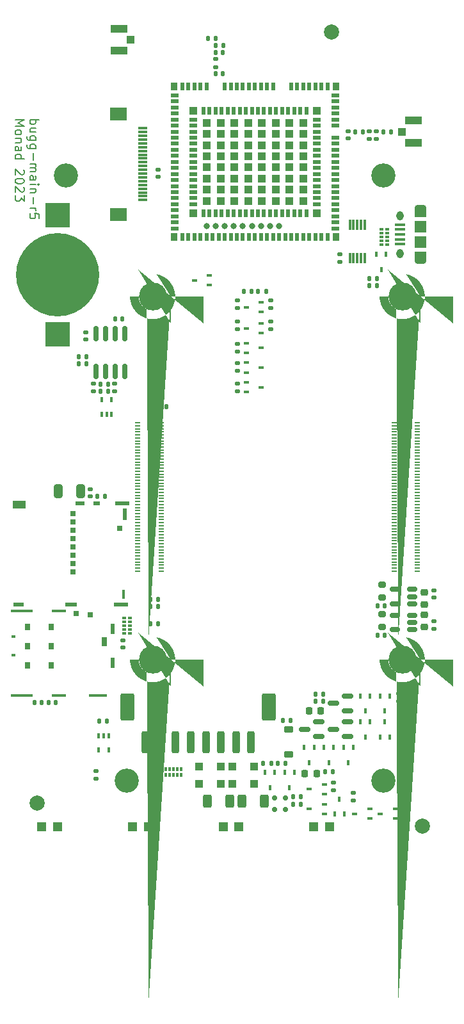
<source format=gts>
%TF.GenerationSoftware,KiCad,Pcbnew,7.99.0-1.20230926git54171ec.fc37*%
%TF.CreationDate,2023-10-10T14:41:19+01:00*%
%TF.ProjectId,bugg-main-r5,62756767-2d6d-4616-996e-2d72352e6b69,rev?*%
%TF.SameCoordinates,Original*%
%TF.FileFunction,Soldermask,Top*%
%TF.FilePolarity,Negative*%
%FSLAX46Y46*%
G04 Gerber Fmt 4.6, Leading zero omitted, Abs format (unit mm)*
G04 Created by KiCad (PCBNEW 7.99.0-1.20230926git54171ec.fc37) date 2023-10-10 14:41:19*
%MOMM*%
%LPD*%
G01*
G04 APERTURE LIST*
G04 Aperture macros list*
%AMRoundRect*
0 Rectangle with rounded corners*
0 $1 Rounding radius*
0 $2 $3 $4 $5 $6 $7 $8 $9 X,Y pos of 4 corners*
0 Add a 4 corners polygon primitive as box body*
4,1,4,$2,$3,$4,$5,$6,$7,$8,$9,$2,$3,0*
0 Add four circle primitives for the rounded corners*
1,1,$1+$1,$2,$3*
1,1,$1+$1,$4,$5*
1,1,$1+$1,$6,$7*
1,1,$1+$1,$8,$9*
0 Add four rect primitives between the rounded corners*
20,1,$1+$1,$2,$3,$4,$5,0*
20,1,$1+$1,$4,$5,$6,$7,0*
20,1,$1+$1,$6,$7,$8,$9,0*
20,1,$1+$1,$8,$9,$2,$3,0*%
%AMFreePoly0*
4,1,101,-1.895792,2.944575,-1.557458,2.864389,-1.230721,2.745466,-0.920000,2.589416,-0.629496,2.398348,-0.363138,2.174847,-0.124527,1.921935,0.083109,1.643032,0.256962,1.341910,0.394681,1.022640,0.494404,0.689541,0.554783,0.347118,0.575000,0.000000,0.554783,-0.347118,0.494404,-0.689541,0.394681,-1.022640,0.256962,-1.341910,0.083109,-1.643032,-0.124527,-1.921935,-0.363138,-2.174847,
-0.629496,-2.398348,-0.920000,-2.589416,-1.230721,-2.745466,-1.557458,-2.864389,-1.895792,-2.944575,-2.241147,-2.984941,-2.588853,-2.984941,-2.934208,-2.944575,-3.272542,-2.864389,-3.599279,-2.745466,-3.910000,-2.589416,-4.200504,-2.398348,-4.466862,-2.174847,-4.705473,-1.921935,-4.913109,-1.643032,-5.086962,-1.341910,-5.224681,-1.022640,-5.324404,-0.689541,-5.384783,-0.347118,-5.405000,0.000000,
-4.259700,0.000000,-4.240924,-0.262528,-4.184977,-0.519712,-4.092998,-0.766316,-3.966860,-0.997320,-3.809131,-1.208022,-3.623022,-1.394131,-3.412320,-1.551860,-3.181316,-1.677998,-2.934712,-1.769977,-2.677528,-1.825924,-2.415000,-1.844700,-2.152472,-1.825924,-1.895288,-1.769977,-1.648684,-1.677998,-1.417680,-1.551860,-1.206978,-1.394131,-1.020869,-1.208022,-0.863140,-0.997320,-0.737002,-0.766316,
-0.645023,-0.519712,-0.589076,-0.262528,-0.570300,0.000000,-0.589076,0.262528,-0.645023,0.519712,-0.737002,0.766316,-0.863140,0.997320,-1.020869,1.208022,-1.206978,1.394131,-1.417680,1.551860,-1.648684,1.677998,-1.895288,1.769977,-2.152472,1.825924,-2.415000,1.844700,-2.677528,1.825924,-2.934712,1.769977,-3.181316,1.677998,-3.412320,1.551860,-3.623022,1.394131,-3.809131,1.208022,
-3.966860,0.997320,-4.092998,0.766316,-4.184977,0.519712,-4.240924,0.262528,-4.259700,0.000000,-5.405000,0.000000,-5.384783,0.347118,-5.324404,0.689541,-5.224681,1.022640,-5.086962,1.341910,-4.913109,1.643032,-4.705473,1.921935,-4.466862,2.174847,-4.200504,2.398348,-3.910000,2.589416,-3.599279,2.745466,-3.272542,2.864389,-2.934208,2.944575,-2.588853,2.984941,-2.241147,2.984941,
-1.895792,2.944575,-1.895792,2.944575,$1*%
G04 Aperture macros list end*
%ADD10C,0.200000*%
%ADD11RoundRect,0.150000X0.512500X0.150000X-0.512500X0.150000X-0.512500X-0.150000X0.512500X-0.150000X0*%
%ADD12R,1.350000X0.400000*%
%ADD13O,1.550000X0.890000*%
%ADD14R,1.550000X1.200000*%
%ADD15O,0.950000X1.250000*%
%ADD16R,1.550000X1.500000*%
%ADD17RoundRect,0.150000X0.150000X0.200000X-0.150000X0.200000X-0.150000X-0.200000X0.150000X-0.200000X0*%
%ADD18R,1.200000X1.200000*%
%ADD19R,0.700000X0.450000*%
%ADD20RoundRect,0.135000X0.185000X-0.135000X0.185000X0.135000X-0.185000X0.135000X-0.185000X-0.135000X0*%
%ADD21RoundRect,0.250000X-0.250000X-1.200000X0.250000X-1.200000X0.250000X1.200000X-0.250000X1.200000X0*%
%ADD22RoundRect,0.250000X-0.650000X-1.550000X0.650000X-1.550000X0.650000X1.550000X-0.650000X1.550000X0*%
%ADD23RoundRect,0.140000X0.170000X-0.140000X0.170000X0.140000X-0.170000X0.140000X-0.170000X-0.140000X0*%
%ADD24RoundRect,0.150000X0.587500X0.150000X-0.587500X0.150000X-0.587500X-0.150000X0.587500X-0.150000X0*%
%ADD25RoundRect,0.150000X0.150000X-0.825000X0.150000X0.825000X-0.150000X0.825000X-0.150000X-0.825000X0*%
%ADD26RoundRect,0.218750X-0.256250X0.218750X-0.256250X-0.218750X0.256250X-0.218750X0.256250X0.218750X0*%
%ADD27RoundRect,0.135000X0.135000X0.185000X-0.135000X0.185000X-0.135000X-0.185000X0.135000X-0.185000X0*%
%ADD28R,0.450000X0.700000*%
%ADD29R,0.550000X0.300000*%
%ADD30R,0.550000X0.400000*%
%ADD31RoundRect,0.135000X-0.185000X0.135000X-0.185000X-0.135000X0.185000X-0.135000X0.185000X0.135000X0*%
%ADD32RoundRect,0.200000X-0.275000X0.200000X-0.275000X-0.200000X0.275000X-0.200000X0.275000X0.200000X0*%
%ADD33RoundRect,0.225000X-0.225000X-0.250000X0.225000X-0.250000X0.225000X0.250000X-0.225000X0.250000X0*%
%ADD34R,1.050000X1.000000*%
%ADD35R,2.200000X1.050000*%
%ADD36RoundRect,0.140000X-0.170000X0.140000X-0.170000X-0.140000X0.170000X-0.140000X0.170000X0.140000X0*%
%ADD37RoundRect,0.135000X-0.135000X-0.185000X0.135000X-0.185000X0.135000X0.185000X-0.135000X0.185000X0*%
%ADD38RoundRect,0.140000X0.140000X0.170000X-0.140000X0.170000X-0.140000X-0.170000X0.140000X-0.170000X0*%
%ADD39R,0.500000X1.000000*%
%ADD40R,1.000000X0.500000*%
%ADD41R,1.000000X1.000000*%
%ADD42R,0.900000X1.000000*%
%ADD43C,0.800000*%
%ADD44R,0.300000X1.400000*%
%ADD45RoundRect,0.250000X0.300000X0.300000X-0.300000X0.300000X-0.300000X-0.300000X0.300000X-0.300000X0*%
%ADD46RoundRect,0.250000X-0.300000X-0.300000X0.300000X-0.300000X0.300000X0.300000X-0.300000X0.300000X0*%
%ADD47C,3.700000*%
%ADD48FreePoly0,0.000000*%
%ADD49C,2.000000*%
%ADD50RoundRect,0.140000X-0.140000X-0.170000X0.140000X-0.170000X0.140000X0.170000X-0.140000X0.170000X0*%
%ADD51R,0.700000X0.200000*%
%ADD52C,3.200000*%
%ADD53R,0.700000X0.900000*%
%ADD54R,0.700000X0.700000*%
%ADD55R,0.650000X1.200000*%
%ADD56R,2.900000X0.450000*%
%ADD57R,1.900000X0.450000*%
%ADD58R,2.400000X0.450000*%
%ADD59R,0.500000X1.400000*%
%ADD60R,0.600000X0.300000*%
%ADD61R,0.700000X0.750000*%
%ADD62R,0.400000X0.650000*%
%ADD63RoundRect,0.147500X0.172500X-0.147500X0.172500X0.147500X-0.172500X0.147500X-0.172500X-0.147500X0*%
%ADD64RoundRect,0.147500X0.147500X0.172500X-0.147500X0.172500X-0.147500X-0.172500X0.147500X-0.172500X0*%
%ADD65RoundRect,0.225000X0.375000X-0.225000X0.375000X0.225000X-0.375000X0.225000X-0.375000X-0.225000X0*%
%ADD66R,1.300000X0.300000*%
%ADD67R,2.200000X1.800000*%
%ADD68RoundRect,0.250000X-0.312500X-0.625000X0.312500X-0.625000X0.312500X0.625000X-0.312500X0.625000X0*%
%ADD69RoundRect,0.250000X0.325000X0.650000X-0.325000X0.650000X-0.325000X-0.650000X0.325000X-0.650000X0*%
%ADD70R,0.300000X0.550000*%
%ADD71R,0.400000X0.550000*%
%ADD72RoundRect,0.218750X0.256250X-0.218750X0.256250X0.218750X-0.256250X0.218750X-0.256250X-0.218750X0*%
%ADD73R,3.200000X3.200000*%
%ADD74C,11.000000*%
%ADD75R,0.700000X0.640000*%
%ADD76R,0.550000X1.550000*%
%ADD77R,1.850000X0.570000*%
%ADD78R,0.820000X0.520000*%
%ADD79R,1.150000X0.520000*%
%ADD80R,1.700000X1.010000*%
%ADD81R,0.450000X1.300000*%
%ADD82R,1.960000X0.570000*%
%ADD83R,1.650000X0.520000*%
%ADD84R,1.450000X0.570000*%
G04 APERTURE END LIST*
D10*
X-25778776Y47332707D02*
X-24578776Y47332707D01*
X-25035919Y47332707D02*
X-24978776Y47218422D01*
X-24978776Y47218422D02*
X-24978776Y46989850D01*
X-24978776Y46989850D02*
X-25035919Y46875564D01*
X-25035919Y46875564D02*
X-25093062Y46818422D01*
X-25093062Y46818422D02*
X-25207348Y46761279D01*
X-25207348Y46761279D02*
X-25550205Y46761279D01*
X-25550205Y46761279D02*
X-25664491Y46818422D01*
X-25664491Y46818422D02*
X-25721634Y46875564D01*
X-25721634Y46875564D02*
X-25778776Y46989850D01*
X-25778776Y46989850D02*
X-25778776Y47218422D01*
X-25778776Y47218422D02*
X-25721634Y47332707D01*
X-24978776Y45732708D02*
X-25778776Y45732708D01*
X-24978776Y46246993D02*
X-25607348Y46246993D01*
X-25607348Y46246993D02*
X-25721634Y46189850D01*
X-25721634Y46189850D02*
X-25778776Y46075565D01*
X-25778776Y46075565D02*
X-25778776Y45904136D01*
X-25778776Y45904136D02*
X-25721634Y45789850D01*
X-25721634Y45789850D02*
X-25664491Y45732708D01*
X-24978776Y44646994D02*
X-25950205Y44646994D01*
X-25950205Y44646994D02*
X-26064491Y44704136D01*
X-26064491Y44704136D02*
X-26121634Y44761279D01*
X-26121634Y44761279D02*
X-26178776Y44875565D01*
X-26178776Y44875565D02*
X-26178776Y45046994D01*
X-26178776Y45046994D02*
X-26121634Y45161279D01*
X-25721634Y44646994D02*
X-25778776Y44761279D01*
X-25778776Y44761279D02*
X-25778776Y44989851D01*
X-25778776Y44989851D02*
X-25721634Y45104136D01*
X-25721634Y45104136D02*
X-25664491Y45161279D01*
X-25664491Y45161279D02*
X-25550205Y45218422D01*
X-25550205Y45218422D02*
X-25207348Y45218422D01*
X-25207348Y45218422D02*
X-25093062Y45161279D01*
X-25093062Y45161279D02*
X-25035919Y45104136D01*
X-25035919Y45104136D02*
X-24978776Y44989851D01*
X-24978776Y44989851D02*
X-24978776Y44761279D01*
X-24978776Y44761279D02*
X-25035919Y44646994D01*
X-24978776Y43561280D02*
X-25950205Y43561280D01*
X-25950205Y43561280D02*
X-26064491Y43618422D01*
X-26064491Y43618422D02*
X-26121634Y43675565D01*
X-26121634Y43675565D02*
X-26178776Y43789851D01*
X-26178776Y43789851D02*
X-26178776Y43961280D01*
X-26178776Y43961280D02*
X-26121634Y44075565D01*
X-25721634Y43561280D02*
X-25778776Y43675565D01*
X-25778776Y43675565D02*
X-25778776Y43904137D01*
X-25778776Y43904137D02*
X-25721634Y44018422D01*
X-25721634Y44018422D02*
X-25664491Y44075565D01*
X-25664491Y44075565D02*
X-25550205Y44132708D01*
X-25550205Y44132708D02*
X-25207348Y44132708D01*
X-25207348Y44132708D02*
X-25093062Y44075565D01*
X-25093062Y44075565D02*
X-25035919Y44018422D01*
X-25035919Y44018422D02*
X-24978776Y43904137D01*
X-24978776Y43904137D02*
X-24978776Y43675565D01*
X-24978776Y43675565D02*
X-25035919Y43561280D01*
X-25321634Y42989851D02*
X-25321634Y42075566D01*
X-25778776Y41504137D02*
X-24978776Y41504137D01*
X-25093062Y41504137D02*
X-25035919Y41446994D01*
X-25035919Y41446994D02*
X-24978776Y41332709D01*
X-24978776Y41332709D02*
X-24978776Y41161280D01*
X-24978776Y41161280D02*
X-25035919Y41046994D01*
X-25035919Y41046994D02*
X-25150205Y40989852D01*
X-25150205Y40989852D02*
X-25778776Y40989852D01*
X-25150205Y40989852D02*
X-25035919Y40932709D01*
X-25035919Y40932709D02*
X-24978776Y40818423D01*
X-24978776Y40818423D02*
X-24978776Y40646994D01*
X-24978776Y40646994D02*
X-25035919Y40532709D01*
X-25035919Y40532709D02*
X-25150205Y40475566D01*
X-25150205Y40475566D02*
X-25778776Y40475566D01*
X-25778776Y39389852D02*
X-25150205Y39389852D01*
X-25150205Y39389852D02*
X-25035919Y39446994D01*
X-25035919Y39446994D02*
X-24978776Y39561280D01*
X-24978776Y39561280D02*
X-24978776Y39789852D01*
X-24978776Y39789852D02*
X-25035919Y39904137D01*
X-25721634Y39389852D02*
X-25778776Y39504137D01*
X-25778776Y39504137D02*
X-25778776Y39789852D01*
X-25778776Y39789852D02*
X-25721634Y39904137D01*
X-25721634Y39904137D02*
X-25607348Y39961280D01*
X-25607348Y39961280D02*
X-25493062Y39961280D01*
X-25493062Y39961280D02*
X-25378776Y39904137D01*
X-25378776Y39904137D02*
X-25321634Y39789852D01*
X-25321634Y39789852D02*
X-25321634Y39504137D01*
X-25321634Y39504137D02*
X-25264491Y39389852D01*
X-25778776Y38818423D02*
X-24978776Y38818423D01*
X-24578776Y38818423D02*
X-24635919Y38875566D01*
X-24635919Y38875566D02*
X-24693062Y38818423D01*
X-24693062Y38818423D02*
X-24635919Y38761280D01*
X-24635919Y38761280D02*
X-24578776Y38818423D01*
X-24578776Y38818423D02*
X-24693062Y38818423D01*
X-24978776Y38246994D02*
X-25778776Y38246994D01*
X-25093062Y38246994D02*
X-25035919Y38189851D01*
X-25035919Y38189851D02*
X-24978776Y38075566D01*
X-24978776Y38075566D02*
X-24978776Y37904137D01*
X-24978776Y37904137D02*
X-25035919Y37789851D01*
X-25035919Y37789851D02*
X-25150205Y37732709D01*
X-25150205Y37732709D02*
X-25778776Y37732709D01*
X-25321634Y37161280D02*
X-25321634Y36246995D01*
X-25778776Y35675566D02*
X-24978776Y35675566D01*
X-25207348Y35675566D02*
X-25093062Y35618423D01*
X-25093062Y35618423D02*
X-25035919Y35561281D01*
X-25035919Y35561281D02*
X-24978776Y35446995D01*
X-24978776Y35446995D02*
X-24978776Y35332709D01*
X-24578776Y34361281D02*
X-24578776Y34932709D01*
X-24578776Y34932709D02*
X-25150205Y34989852D01*
X-25150205Y34989852D02*
X-25093062Y34932709D01*
X-25093062Y34932709D02*
X-25035919Y34818424D01*
X-25035919Y34818424D02*
X-25035919Y34532709D01*
X-25035919Y34532709D02*
X-25093062Y34418424D01*
X-25093062Y34418424D02*
X-25150205Y34361281D01*
X-25150205Y34361281D02*
X-25264491Y34304138D01*
X-25264491Y34304138D02*
X-25550205Y34304138D01*
X-25550205Y34304138D02*
X-25664491Y34361281D01*
X-25664491Y34361281D02*
X-25721634Y34418424D01*
X-25721634Y34418424D02*
X-25778776Y34532709D01*
X-25778776Y34532709D02*
X-25778776Y34818424D01*
X-25778776Y34818424D02*
X-25721634Y34932709D01*
X-25721634Y34932709D02*
X-25664491Y34989852D01*
X-27710709Y47332707D02*
X-26510709Y47332707D01*
X-26510709Y47332707D02*
X-27367852Y46932707D01*
X-27367852Y46932707D02*
X-26510709Y46532707D01*
X-26510709Y46532707D02*
X-27710709Y46532707D01*
X-27710709Y45789850D02*
X-27653567Y45904135D01*
X-27653567Y45904135D02*
X-27596424Y45961278D01*
X-27596424Y45961278D02*
X-27482138Y46018421D01*
X-27482138Y46018421D02*
X-27139281Y46018421D01*
X-27139281Y46018421D02*
X-27024995Y45961278D01*
X-27024995Y45961278D02*
X-26967852Y45904135D01*
X-26967852Y45904135D02*
X-26910709Y45789850D01*
X-26910709Y45789850D02*
X-26910709Y45618421D01*
X-26910709Y45618421D02*
X-26967852Y45504135D01*
X-26967852Y45504135D02*
X-27024995Y45446993D01*
X-27024995Y45446993D02*
X-27139281Y45389850D01*
X-27139281Y45389850D02*
X-27482138Y45389850D01*
X-27482138Y45389850D02*
X-27596424Y45446993D01*
X-27596424Y45446993D02*
X-27653567Y45504135D01*
X-27653567Y45504135D02*
X-27710709Y45618421D01*
X-27710709Y45618421D02*
X-27710709Y45789850D01*
X-26910709Y44875564D02*
X-27710709Y44875564D01*
X-27024995Y44875564D02*
X-26967852Y44818421D01*
X-26967852Y44818421D02*
X-26910709Y44704136D01*
X-26910709Y44704136D02*
X-26910709Y44532707D01*
X-26910709Y44532707D02*
X-26967852Y44418421D01*
X-26967852Y44418421D02*
X-27082138Y44361279D01*
X-27082138Y44361279D02*
X-27710709Y44361279D01*
X-27710709Y43275565D02*
X-27082138Y43275565D01*
X-27082138Y43275565D02*
X-26967852Y43332707D01*
X-26967852Y43332707D02*
X-26910709Y43446993D01*
X-26910709Y43446993D02*
X-26910709Y43675565D01*
X-26910709Y43675565D02*
X-26967852Y43789850D01*
X-27653567Y43275565D02*
X-27710709Y43389850D01*
X-27710709Y43389850D02*
X-27710709Y43675565D01*
X-27710709Y43675565D02*
X-27653567Y43789850D01*
X-27653567Y43789850D02*
X-27539281Y43846993D01*
X-27539281Y43846993D02*
X-27424995Y43846993D01*
X-27424995Y43846993D02*
X-27310709Y43789850D01*
X-27310709Y43789850D02*
X-27253567Y43675565D01*
X-27253567Y43675565D02*
X-27253567Y43389850D01*
X-27253567Y43389850D02*
X-27196424Y43275565D01*
X-27710709Y42189851D02*
X-26510709Y42189851D01*
X-27653567Y42189851D02*
X-27710709Y42304136D01*
X-27710709Y42304136D02*
X-27710709Y42532708D01*
X-27710709Y42532708D02*
X-27653567Y42646993D01*
X-27653567Y42646993D02*
X-27596424Y42704136D01*
X-27596424Y42704136D02*
X-27482138Y42761279D01*
X-27482138Y42761279D02*
X-27139281Y42761279D01*
X-27139281Y42761279D02*
X-27024995Y42704136D01*
X-27024995Y42704136D02*
X-26967852Y42646993D01*
X-26967852Y42646993D02*
X-26910709Y42532708D01*
X-26910709Y42532708D02*
X-26910709Y42304136D01*
X-26910709Y42304136D02*
X-26967852Y42189851D01*
X-26624995Y40761279D02*
X-26567852Y40704136D01*
X-26567852Y40704136D02*
X-26510709Y40589851D01*
X-26510709Y40589851D02*
X-26510709Y40304136D01*
X-26510709Y40304136D02*
X-26567852Y40189851D01*
X-26567852Y40189851D02*
X-26624995Y40132708D01*
X-26624995Y40132708D02*
X-26739281Y40075565D01*
X-26739281Y40075565D02*
X-26853567Y40075565D01*
X-26853567Y40075565D02*
X-27024995Y40132708D01*
X-27024995Y40132708D02*
X-27710709Y40818422D01*
X-27710709Y40818422D02*
X-27710709Y40075565D01*
X-26510709Y39332708D02*
X-26510709Y39218422D01*
X-26510709Y39218422D02*
X-26567852Y39104136D01*
X-26567852Y39104136D02*
X-26624995Y39046994D01*
X-26624995Y39046994D02*
X-26739281Y38989851D01*
X-26739281Y38989851D02*
X-26967852Y38932708D01*
X-26967852Y38932708D02*
X-27253567Y38932708D01*
X-27253567Y38932708D02*
X-27482138Y38989851D01*
X-27482138Y38989851D02*
X-27596424Y39046994D01*
X-27596424Y39046994D02*
X-27653567Y39104136D01*
X-27653567Y39104136D02*
X-27710709Y39218422D01*
X-27710709Y39218422D02*
X-27710709Y39332708D01*
X-27710709Y39332708D02*
X-27653567Y39446994D01*
X-27653567Y39446994D02*
X-27596424Y39504136D01*
X-27596424Y39504136D02*
X-27482138Y39561279D01*
X-27482138Y39561279D02*
X-27253567Y39618422D01*
X-27253567Y39618422D02*
X-26967852Y39618422D01*
X-26967852Y39618422D02*
X-26739281Y39561279D01*
X-26739281Y39561279D02*
X-26624995Y39504136D01*
X-26624995Y39504136D02*
X-26567852Y39446994D01*
X-26567852Y39446994D02*
X-26510709Y39332708D01*
X-26624995Y38475565D02*
X-26567852Y38418422D01*
X-26567852Y38418422D02*
X-26510709Y38304137D01*
X-26510709Y38304137D02*
X-26510709Y38018422D01*
X-26510709Y38018422D02*
X-26567852Y37904137D01*
X-26567852Y37904137D02*
X-26624995Y37846994D01*
X-26624995Y37846994D02*
X-26739281Y37789851D01*
X-26739281Y37789851D02*
X-26853567Y37789851D01*
X-26853567Y37789851D02*
X-27024995Y37846994D01*
X-27024995Y37846994D02*
X-27710709Y38532708D01*
X-27710709Y38532708D02*
X-27710709Y37789851D01*
X-26510709Y37389851D02*
X-26510709Y36646994D01*
X-26510709Y36646994D02*
X-26967852Y37046994D01*
X-26967852Y37046994D02*
X-26967852Y36875565D01*
X-26967852Y36875565D02*
X-27024995Y36761280D01*
X-27024995Y36761280D02*
X-27082138Y36704137D01*
X-27082138Y36704137D02*
X-27196424Y36646994D01*
X-27196424Y36646994D02*
X-27482138Y36646994D01*
X-27482138Y36646994D02*
X-27596424Y36704137D01*
X-27596424Y36704137D02*
X-27653567Y36761280D01*
X-27653567Y36761280D02*
X-27710709Y36875565D01*
X-27710709Y36875565D02*
X-27710709Y37218422D01*
X-27710709Y37218422D02*
X-27653567Y37332708D01*
X-27653567Y37332708D02*
X-27596424Y37389851D01*
D11*
%TO.C,U29*%
X24787500Y-20025000D03*
X24787500Y-19075000D03*
X24787500Y-18125000D03*
X22512500Y-18125000D03*
X22512500Y-20025000D03*
%TD*%
D12*
%TO.C,J15*%
X23200000Y30900000D03*
X23200000Y31550000D03*
X23200000Y32200000D03*
X23200000Y32850000D03*
X23200000Y33500000D03*
D13*
X25900000Y28700000D03*
D14*
X25900000Y29300000D03*
D15*
X23200000Y29700000D03*
D16*
X25900000Y31200000D03*
X25900000Y33200000D03*
D15*
X23200000Y34700000D03*
D14*
X25900000Y35100000D03*
D13*
X25900000Y35700000D03*
%TD*%
D17*
%TO.C,D27*%
X6625936Y-42315000D03*
X8025936Y-42315000D03*
%TD*%
D18*
%TO.C,D1*%
X-12200000Y-46100000D03*
X-10100000Y-46100000D03*
%TD*%
D19*
%TO.C,Q11*%
X4850000Y19150000D03*
X4850000Y20450000D03*
X2850000Y19800000D03*
%TD*%
D20*
%TO.C,R44*%
X1650000Y22440000D03*
X1650000Y23460000D03*
%TD*%
D21*
%TO.C,J10*%
X-10500000Y-34950000D03*
X-8500000Y-34950000D03*
X-6500000Y-34950000D03*
X-4500000Y-34950000D03*
X-2500000Y-34950000D03*
X-500000Y-34950000D03*
X1500000Y-34950000D03*
X3500000Y-34950000D03*
D22*
X-12850000Y-30300000D03*
X5850000Y-30300000D03*
%TD*%
D23*
%TO.C,C36*%
X-14550000Y11495000D03*
X-14550000Y12455000D03*
%TD*%
D24*
%TO.C,Q25*%
X12442500Y-34150936D03*
X12442500Y-32250936D03*
X10567500Y-33200936D03*
%TD*%
D19*
%TO.C,Q9*%
X4850000Y21950000D03*
X4850000Y23250000D03*
X2850000Y22600000D03*
%TD*%
D20*
%TO.C,R43*%
X6050000Y22440000D03*
X6050000Y23460000D03*
%TD*%
D25*
%TO.C,U13*%
X-17055000Y14125000D03*
X-15785000Y14125000D03*
X-14515000Y14125000D03*
X-13245000Y14125000D03*
X-13245000Y19075000D03*
X-14515000Y19075000D03*
X-15785000Y19075000D03*
X-17055000Y19075000D03*
%TD*%
D26*
%TO.C,FB3*%
X26450000Y-18087500D03*
X26450000Y-19662500D03*
%TD*%
D27*
%TO.C,R45*%
X18260000Y45800000D03*
X17240000Y45800000D03*
%TD*%
D28*
%TO.C,Q4*%
X21350000Y29550000D03*
X20050000Y29550000D03*
X20700000Y27550000D03*
%TD*%
D29*
%TO.C,U8*%
X-12569000Y-20507200D03*
X-12569000Y-20007200D03*
D30*
X-12569000Y-19507200D03*
D29*
X-12569000Y-19007200D03*
X-12569000Y-18507200D03*
X-13339000Y-18507200D03*
X-13339000Y-19007200D03*
D30*
X-13339000Y-19507200D03*
D29*
X-13339000Y-20007200D03*
X-13339000Y-20507200D03*
%TD*%
D27*
%TO.C,R65*%
X8710936Y-32025936D03*
X7690936Y-32025936D03*
%TD*%
D19*
%TO.C,Q21*%
X13175000Y-41799064D03*
X13175000Y-40499064D03*
X11175000Y-41149064D03*
%TD*%
D31*
%TO.C,R20*%
X-1200000Y55370000D03*
X-1200000Y54350000D03*
%TD*%
D32*
%TO.C,R104*%
X20855000Y-18030000D03*
X20855000Y-19680000D03*
%TD*%
D31*
%TO.C,R81*%
X23000000Y-28530000D03*
X23000000Y-29550000D03*
%TD*%
D33*
%TO.C,C83*%
X10600000Y-39100936D03*
X12150000Y-39100936D03*
%TD*%
D27*
%TO.C,R40*%
X5460000Y24700000D03*
X4440000Y24700000D03*
%TD*%
D34*
%TO.C,J12*%
X-12470000Y57950000D03*
D35*
X-13995000Y56475000D03*
X-13995000Y59425000D03*
%TD*%
D36*
%TO.C,C97*%
X27650000Y-18965000D03*
X27650000Y-19925000D03*
%TD*%
D37*
%TO.C,R85*%
X9014064Y-42150000D03*
X10034064Y-42150000D03*
%TD*%
D31*
%TO.C,R38*%
X1650000Y15160000D03*
X1650000Y14140000D03*
%TD*%
D37*
%TO.C,R22*%
X-9810000Y-16050000D03*
X-8790000Y-16050000D03*
%TD*%
D38*
%TO.C,C28*%
X-24195000Y-29675000D03*
X-25155000Y-29675000D03*
%TD*%
D27*
%TO.C,R41*%
X22010000Y45800000D03*
X20990000Y45800000D03*
%TD*%
%TO.C,R23*%
X-8840000Y-19300000D03*
X-9860000Y-19300000D03*
%TD*%
D24*
%TO.C,U36*%
X16292500Y-30750936D03*
X16292500Y-28850936D03*
X14417500Y-29800936D03*
%TD*%
D18*
%TO.C,D3*%
X-200000Y-46100000D03*
X1900000Y-46100000D03*
%TD*%
D39*
%TO.C,U7*%
X-2800000Y35020000D03*
X-2000000Y35020000D03*
X-1200000Y35020000D03*
X-400000Y35020000D03*
X400000Y35020000D03*
X1200000Y35020000D03*
X2000000Y35020000D03*
X2800000Y35020000D03*
X3600000Y35020000D03*
X4400000Y35020000D03*
X5200000Y35020000D03*
X6000000Y35020000D03*
X6800000Y35020000D03*
X7600000Y35020000D03*
X8400000Y35020000D03*
X9200000Y35020000D03*
X10000000Y35020000D03*
X10800000Y35020000D03*
D40*
X12180000Y36200000D03*
X12180000Y37000000D03*
X12180000Y37800000D03*
X12180000Y38600000D03*
X12180000Y39400000D03*
X12180000Y40200000D03*
X12180000Y41000000D03*
X12180000Y41800000D03*
X12180000Y42600000D03*
X12180000Y43400000D03*
X12180000Y44200000D03*
X12180000Y45000000D03*
X12180000Y45800000D03*
X12180000Y46600000D03*
X12180000Y47400000D03*
D39*
X10800000Y48580000D03*
X10000000Y48580000D03*
X9200000Y48580000D03*
X8400000Y48580000D03*
X7600000Y48580000D03*
X6800000Y48580000D03*
X6000000Y48580000D03*
X5200000Y48580000D03*
X4400000Y48580000D03*
X3600000Y48580000D03*
X2800000Y48580000D03*
X2000000Y48580000D03*
X1200000Y48580000D03*
X400000Y48580000D03*
X-400000Y48580000D03*
X-1200000Y48580000D03*
X-2000000Y48580000D03*
X-2800000Y48580000D03*
D40*
X-4180000Y47400000D03*
X-4180000Y46600000D03*
X-4180000Y45800000D03*
X-4180000Y45000000D03*
X-4180000Y44200000D03*
X-4180000Y43400000D03*
X-4180000Y42600000D03*
X-4180000Y41800000D03*
X-4180000Y41000000D03*
X-4180000Y40200000D03*
X-4180000Y39400000D03*
X-4180000Y38600000D03*
X-4180000Y37800000D03*
X-4180000Y37000000D03*
X-4180000Y36200000D03*
D41*
X-4180000Y35020000D03*
X12180000Y35020000D03*
X12180000Y48580000D03*
X-4180000Y48580000D03*
D39*
X-5600000Y31850000D03*
X-4800000Y31850000D03*
X-4000000Y31850000D03*
X-3200000Y31850000D03*
X-2400000Y31850000D03*
X-1600000Y31850000D03*
X-800000Y31850000D03*
X0Y31850000D03*
X800000Y31850000D03*
X1600000Y31850000D03*
X2400000Y31850000D03*
X3200000Y31850000D03*
X4000000Y31850000D03*
X4800000Y31850000D03*
X5600000Y31850000D03*
X6400000Y31850000D03*
X7200000Y31850000D03*
X8000000Y31850000D03*
X8800000Y31850000D03*
X9600000Y31850000D03*
X10400000Y31850000D03*
X11200000Y31850000D03*
X12000000Y31850000D03*
X12800000Y31850000D03*
X13600000Y31850000D03*
D40*
X14650000Y33000000D03*
X14650000Y33800000D03*
X14650000Y34600000D03*
X14650000Y35400000D03*
X14650000Y36200000D03*
X14650000Y37000000D03*
X14650000Y37800000D03*
X14650000Y38600000D03*
X14650000Y39400000D03*
X14650000Y40200000D03*
X14650000Y41000000D03*
X14650000Y41800000D03*
X14650000Y42600000D03*
X14650000Y43400000D03*
X14650000Y44200000D03*
X14650000Y45000000D03*
X14650000Y46600000D03*
X14650000Y47400000D03*
X14650000Y48200000D03*
X14650000Y49000000D03*
X14650000Y49800000D03*
X14650000Y50600000D03*
D39*
X13600000Y51750000D03*
X12800000Y51750000D03*
X12000000Y51750000D03*
X11200000Y51750000D03*
X10400000Y51750000D03*
X9600000Y51750000D03*
X8800000Y51750000D03*
X6400000Y51750000D03*
X5600000Y51750000D03*
X4800000Y51750000D03*
X4000000Y51750000D03*
X3200000Y51750000D03*
X2400000Y51750000D03*
X1600000Y51750000D03*
X800000Y51750000D03*
X0Y51750000D03*
X-2400000Y51750000D03*
X-3200000Y51750000D03*
X-4000000Y51750000D03*
X-4800000Y51750000D03*
X-5600000Y51750000D03*
D40*
X-6650000Y50600000D03*
X-6650000Y49800000D03*
X-6650000Y49000000D03*
X-6650000Y48200000D03*
X-6650000Y47400000D03*
X-6650000Y46600000D03*
X-6650000Y45800000D03*
X-6650000Y45000000D03*
X-6650000Y44200000D03*
X-6650000Y43400000D03*
X-6650000Y42600000D03*
X-6650000Y41800000D03*
X-6650000Y41000000D03*
X-6650000Y40200000D03*
X-6650000Y39400000D03*
X-6650000Y38600000D03*
X-6650000Y37800000D03*
X-6650000Y37000000D03*
X-6650000Y36200000D03*
X-6650000Y35400000D03*
X-6650000Y34600000D03*
X-6650000Y33800000D03*
X-6650000Y33000000D03*
D42*
X-6700000Y31850000D03*
X14700000Y31850000D03*
X14700000Y51750000D03*
X-6700000Y51750000D03*
D41*
X-2370000Y36655000D03*
X-2370000Y38125000D03*
X-2370000Y39595000D03*
X-2370000Y41065000D03*
X-2370000Y42535000D03*
X-2370000Y44005000D03*
X-2370000Y45475000D03*
X-2370000Y46945000D03*
X-550000Y46945000D03*
X1270000Y46945000D03*
X3090000Y46945000D03*
X4910000Y46945000D03*
X6730000Y46945000D03*
X8550000Y46945000D03*
X10370000Y46945000D03*
X10370000Y45475000D03*
X10370000Y44005000D03*
X10370000Y42535000D03*
X10370000Y41065000D03*
X10370000Y39595000D03*
X10370000Y38125000D03*
X10370000Y36655000D03*
X8550000Y36655000D03*
X6730000Y36655000D03*
X4910000Y36655000D03*
X3090000Y36655000D03*
X1270000Y36655000D03*
X-550000Y36655000D03*
X-550000Y38125000D03*
X-550000Y39595000D03*
X-550000Y41065000D03*
X-550000Y42535000D03*
X-550000Y44005000D03*
X-550000Y45475000D03*
X1270000Y45475000D03*
X3090000Y45475000D03*
X4910000Y45475000D03*
X6730000Y45475000D03*
X8550000Y45475000D03*
X8550000Y44005000D03*
X8550000Y42535000D03*
X8550000Y41065000D03*
X8550000Y39595000D03*
X8550000Y38125000D03*
X6730000Y38125000D03*
X4910000Y38125000D03*
X3090000Y38125000D03*
X1270000Y38125000D03*
X1270000Y39595000D03*
X1270000Y41065000D03*
X1270000Y42535000D03*
X1270000Y44005000D03*
X3090000Y44005000D03*
X4910000Y44005000D03*
X6730000Y44005000D03*
X6730000Y42535000D03*
X6730000Y41065000D03*
X6730000Y39595000D03*
X4910000Y39595000D03*
X3090000Y39595000D03*
X3090000Y41065000D03*
X3090000Y42535000D03*
X4910000Y42535000D03*
X4910000Y41065000D03*
D43*
X-2400000Y33320000D03*
X-1200000Y33320000D03*
X0Y33320000D03*
X1200000Y33320000D03*
X2400000Y33320000D03*
X3600000Y33320000D03*
X4800000Y33320000D03*
X6000000Y33320000D03*
X7200000Y33320000D03*
%TD*%
D44*
%TO.C,U15*%
X16550000Y29100000D03*
X17050000Y29100000D03*
X17550000Y29100000D03*
X18050000Y29100000D03*
X18550000Y29100000D03*
X18550000Y33500000D03*
X18050000Y33500000D03*
X17550000Y33500000D03*
X17050000Y33500000D03*
X16550000Y33500000D03*
%TD*%
D28*
%TO.C,Q19*%
X14525936Y-44425000D03*
X15825936Y-44425000D03*
X15175936Y-42425000D03*
%TD*%
D45*
%TO.C,D23*%
X3850000Y-40450000D03*
X1050000Y-40450000D03*
%TD*%
D28*
%TO.C,Q22*%
X20550000Y-34224064D03*
X21850000Y-34224064D03*
X21200000Y-32224064D03*
%TD*%
D46*
%TO.C,D22*%
X-3350000Y-40450000D03*
X-550000Y-40450000D03*
%TD*%
D31*
%TO.C,R33*%
X1650000Y17710000D03*
X1650000Y16690000D03*
%TD*%
D47*
%TO.C,SP3*%
X23500000Y-24000000D03*
D48*
X25915000Y-24000000D03*
%TD*%
D31*
%TO.C,R80*%
X25080936Y-28474064D03*
X25080936Y-29494064D03*
%TD*%
D49*
%TO.C,FID2*%
X-24850000Y-43000000D03*
%TD*%
D45*
%TO.C,D24*%
X3850000Y-38150000D03*
X1050000Y-38150000D03*
%TD*%
D31*
%TO.C,R37*%
X1650000Y12510000D03*
X1650000Y11490000D03*
%TD*%
D19*
%TO.C,Q17*%
X22600000Y-45024064D03*
X22600000Y-43724064D03*
X20600000Y-44374064D03*
%TD*%
D50*
%TO.C,C20*%
X-1180000Y53460000D03*
X-220000Y53460000D03*
%TD*%
D27*
%TO.C,R2*%
X-18290000Y15100000D03*
X-19310000Y15100000D03*
%TD*%
D31*
%TO.C,R5*%
X-17050000Y-38740000D03*
X-17050000Y-39760000D03*
%TD*%
D46*
%TO.C,D21*%
X-3350000Y-38150000D03*
X-550000Y-38150000D03*
%TD*%
D49*
%TO.C,FID3*%
X26150000Y-46000000D03*
%TD*%
D51*
%TO.C,Module1*%
X-11500000Y7300000D03*
X-8420000Y7300000D03*
X-11500000Y6900000D03*
X-8420000Y6900000D03*
X-11500000Y6500000D03*
X-8420000Y6500000D03*
X-11500000Y6100000D03*
X-8420000Y6100000D03*
X-11500000Y5700000D03*
X-8420000Y5700000D03*
X-11500000Y5300000D03*
X-8420000Y5300000D03*
X-11500000Y4900000D03*
X-8420000Y4900000D03*
X-11500000Y4500000D03*
X-8420000Y4500000D03*
X-11500000Y4100000D03*
X-8420000Y4100000D03*
X-11500000Y3700000D03*
X-8420000Y3700000D03*
X-11500000Y3300000D03*
X-8420000Y3300000D03*
X-11500000Y2900000D03*
X-8420000Y2900000D03*
X-11500000Y2500000D03*
X-8420000Y2500000D03*
X-11500000Y2100000D03*
X-8420000Y2100000D03*
X-11500000Y1700000D03*
X-8420000Y1700000D03*
X-11500000Y1300000D03*
X-8420000Y1300000D03*
X-11500000Y900000D03*
X-8420000Y900000D03*
X-11500000Y500000D03*
X-8420000Y500000D03*
X-11500000Y100000D03*
X-8420000Y100000D03*
X-11500000Y-300000D03*
X-8420000Y-300000D03*
X-11500000Y-700000D03*
X-8420000Y-700000D03*
X-11500000Y-1100000D03*
X-8420000Y-1100000D03*
X-11500000Y-1500000D03*
X-8420000Y-1500000D03*
X-11500000Y-1900000D03*
X-8420000Y-1900000D03*
X-11500000Y-2300000D03*
X-8420000Y-2300000D03*
X-11500000Y-2700000D03*
X-8420000Y-2700000D03*
X-11500000Y-3100000D03*
X-8420000Y-3100000D03*
X-11500000Y-3500000D03*
X-8420000Y-3500000D03*
X-11500000Y-3900000D03*
X-8420000Y-3900000D03*
X-11500000Y-4300000D03*
X-8420000Y-4300000D03*
X-11500000Y-4700000D03*
X-8420000Y-4700000D03*
X-11500000Y-5100000D03*
X-8420000Y-5100000D03*
X-11500000Y-5500000D03*
X-8420000Y-5500000D03*
X-11500000Y-5900000D03*
X-8420000Y-5900000D03*
X-11500000Y-6300000D03*
X-8420000Y-6300000D03*
X-11500000Y-6700000D03*
X-8420000Y-6700000D03*
X-11500000Y-7100000D03*
X-8420000Y-7100000D03*
X-11500000Y-7500000D03*
X-8420000Y-7500000D03*
X-11500000Y-7900000D03*
X-8420000Y-7900000D03*
X-11500000Y-8300000D03*
X-8420000Y-8300000D03*
X-11500000Y-8700000D03*
X-8420000Y-8700000D03*
X-11500000Y-9100000D03*
X-8420000Y-9100000D03*
X-11500000Y-9500000D03*
X-8420000Y-9500000D03*
X-11500000Y-9900000D03*
X-8420000Y-9900000D03*
X-11500000Y-10300000D03*
X-8420000Y-10300000D03*
X-11500000Y-10700000D03*
X-8420000Y-10700000D03*
X-11500000Y-11100000D03*
X-8420000Y-11100000D03*
X-11500000Y-11500000D03*
X-8420000Y-11500000D03*
X-11500000Y-11900000D03*
X-8420000Y-11900000D03*
X-11500000Y-12300000D03*
X-8420000Y-12300000D03*
X22420000Y7300000D03*
X25500000Y7300000D03*
X22420000Y6900000D03*
X25500000Y6900000D03*
X22420000Y6500000D03*
X25500000Y6500000D03*
X22420000Y6100000D03*
X25500000Y6100000D03*
X22420000Y5700000D03*
X25500000Y5700000D03*
X22420000Y5300000D03*
X25500000Y5300000D03*
X22420000Y4900000D03*
X25500000Y4900000D03*
X22420000Y4500000D03*
X25500000Y4500000D03*
X22420000Y4100000D03*
X25500000Y4100000D03*
X22420000Y3700000D03*
X25500000Y3700000D03*
X22420000Y3300000D03*
X25500000Y3300000D03*
X22420000Y2900000D03*
X25500000Y2900000D03*
X22420000Y2500000D03*
X25500000Y2500000D03*
X22420000Y2100000D03*
X25500000Y2100000D03*
X22420000Y1700000D03*
X25500000Y1700000D03*
X22420000Y1300000D03*
X25500000Y1300000D03*
X22420000Y900000D03*
X25500000Y900000D03*
X22420000Y500000D03*
X25500000Y500000D03*
X22420000Y100000D03*
X25500000Y100000D03*
X22420000Y-300000D03*
X25500000Y-300000D03*
X22420000Y-700000D03*
X25500000Y-700000D03*
X22420000Y-1100000D03*
X25500000Y-1100000D03*
X22420000Y-1500000D03*
X25500000Y-1500000D03*
X22420000Y-1900000D03*
X25500000Y-1900000D03*
X22420000Y-2300000D03*
X25500000Y-2300000D03*
X22420000Y-2700000D03*
X25500000Y-2700000D03*
X22420000Y-3100000D03*
X25500000Y-3100000D03*
X22420000Y-3500000D03*
X25500000Y-3500000D03*
X22420000Y-3900000D03*
X25500000Y-3900000D03*
X22420000Y-4300000D03*
X25500000Y-4300000D03*
X22420000Y-4700000D03*
X25500000Y-4700000D03*
X22420000Y-5100000D03*
X25500000Y-5100000D03*
X22420000Y-5500000D03*
X25500000Y-5500000D03*
X22420000Y-5900000D03*
X25500000Y-5900000D03*
X22420000Y-6300000D03*
X25500000Y-6300000D03*
X22420000Y-6700000D03*
X25500000Y-6700000D03*
X22420000Y-7100000D03*
X25500000Y-7100000D03*
X22420000Y-7500000D03*
X25500000Y-7500000D03*
X22420000Y-7900000D03*
X25500000Y-7900000D03*
X22420000Y-8300000D03*
X25500000Y-8300000D03*
X22420000Y-8700000D03*
X25500000Y-8700000D03*
X22420000Y-9100000D03*
X25500000Y-9100000D03*
X22420000Y-9500000D03*
X25500000Y-9500000D03*
X22420000Y-9900000D03*
X25500000Y-9900000D03*
X22420000Y-10300000D03*
X25500000Y-10300000D03*
X22420000Y-10700000D03*
X25500000Y-10700000D03*
X22420000Y-11100000D03*
X25500000Y-11100000D03*
X22420000Y-11500000D03*
X25500000Y-11500000D03*
X22420000Y-11900000D03*
X25500000Y-11900000D03*
X22420000Y-12300000D03*
X25500000Y-12300000D03*
%TD*%
D37*
%TO.C,R4*%
X-16610000Y-32100000D03*
X-15590000Y-32100000D03*
%TD*%
D52*
%TO.C,H4*%
X-13000000Y-40000000D03*
%TD*%
D28*
%TO.C,Q24*%
X19250000Y-32224064D03*
X17950000Y-32224064D03*
X18600000Y-34224064D03*
%TD*%
D47*
%TO.C,SP1*%
X-9500000Y24000000D03*
D48*
X-7085000Y24000000D03*
%TD*%
D37*
%TO.C,R68*%
X13290000Y-38825936D03*
X14310000Y-38825936D03*
%TD*%
%TO.C,R21*%
X-9810000Y-17000000D03*
X-8790000Y-17000000D03*
%TD*%
%TO.C,R3*%
X-8760000Y9400000D03*
X-7740000Y9400000D03*
%TD*%
D23*
%TO.C,C30*%
X-17775000Y-2455000D03*
X-17775000Y-1495000D03*
%TD*%
D37*
%TO.C,R72*%
X6990000Y-37700936D03*
X8010000Y-37700936D03*
%TD*%
D23*
%TO.C,C21*%
X-8850000Y39820000D03*
X-8850000Y40780000D03*
%TD*%
D19*
%TO.C,Q8*%
X-2000000Y25500000D03*
X-2000000Y26800000D03*
X-4000000Y26150000D03*
%TD*%
D38*
%TO.C,C100*%
X21155000Y-16900000D03*
X20195000Y-16900000D03*
%TD*%
D33*
%TO.C,C84*%
X11175000Y-30749064D03*
X12725000Y-30749064D03*
%TD*%
D53*
%TO.C,J13*%
X-26110000Y-24740000D03*
X-26110000Y-22200000D03*
X-26110000Y-19660000D03*
X-22940000Y-24740000D03*
X-22940000Y-22200000D03*
X-22940000Y-19660000D03*
D54*
X-19610000Y-17930000D03*
D55*
X-15935000Y-21650000D03*
D56*
X-26810000Y-28755000D03*
D57*
X-21960000Y-28755000D03*
D58*
X-16810000Y-28755000D03*
D59*
X-14860000Y-24400000D03*
D60*
X-27960000Y-23420000D03*
X-27960000Y-20980000D03*
D59*
X-14860000Y-19980000D03*
D61*
X-17810000Y-18105000D03*
D56*
X-26810000Y-17605000D03*
D57*
X-21960000Y-17605000D03*
%TD*%
D62*
%TO.C,U14*%
X-16250000Y8450000D03*
X-15600000Y8450000D03*
X-14950000Y8450000D03*
X-14950000Y10350000D03*
X-16250000Y10350000D03*
%TD*%
D36*
%TO.C,C35*%
X-17350000Y12455000D03*
X-17350000Y11495000D03*
%TD*%
D11*
%TO.C,U30*%
X24787500Y-16625000D03*
X24787500Y-15675000D03*
X24787500Y-14725000D03*
X22512500Y-14725000D03*
X22512500Y-16625000D03*
%TD*%
D24*
%TO.C,Q29*%
X16292500Y-34150936D03*
X16292500Y-32250936D03*
X14417500Y-33200936D03*
%TD*%
D19*
%TO.C,Q18*%
X19200000Y-45025936D03*
X19200000Y-43725936D03*
X17200000Y-44375936D03*
%TD*%
D37*
%TO.C,R84*%
X9014064Y-43150000D03*
X10034064Y-43150000D03*
%TD*%
D31*
%TO.C,R34*%
X-8600000Y-41440000D03*
X-8600000Y-42460000D03*
%TD*%
D32*
%TO.C,R105*%
X20865000Y-14130000D03*
X20865000Y-15780000D03*
%TD*%
D38*
%TO.C,C19*%
X-220000Y56260000D03*
X-1180000Y56260000D03*
%TD*%
D28*
%TO.C,Q16*%
X14425000Y-35625936D03*
X13125000Y-35625936D03*
X13775000Y-37625936D03*
%TD*%
D23*
%TO.C,C99*%
X27650000Y-15805000D03*
X27650000Y-14845000D03*
%TD*%
D63*
%TO.C,D6*%
X-13475000Y-22435000D03*
X-13475000Y-21465000D03*
%TD*%
D64*
%TO.C,D20*%
X-13515000Y21050000D03*
X-14485000Y21050000D03*
%TD*%
D18*
%TO.C,D7*%
X11800000Y-46100000D03*
X13900000Y-46100000D03*
%TD*%
D28*
%TO.C,Q14*%
X11825000Y-35624064D03*
X10525000Y-35624064D03*
X11175000Y-37624064D03*
%TD*%
D37*
%TO.C,R39*%
X2540000Y24650000D03*
X3560000Y24650000D03*
%TD*%
D63*
%TO.C,D25*%
X20100000Y44840000D03*
X20100000Y45810000D03*
%TD*%
D28*
%TO.C,Q30*%
X19249064Y-28810000D03*
X17949064Y-28810000D03*
X18599064Y-30810000D03*
%TD*%
D49*
%TO.C,FID1*%
X14150000Y59000000D03*
%TD*%
D65*
%TO.C,D15*%
X8424064Y-36500000D03*
X8424064Y-33200000D03*
%TD*%
D66*
%TO.C,J16*%
X-10850000Y46250000D03*
X-10850000Y45750000D03*
X-10850000Y45250000D03*
X-10850000Y44750000D03*
X-10850000Y44250000D03*
X-10850000Y43750000D03*
X-10850000Y43250000D03*
X-10850000Y42750000D03*
X-10850000Y42250000D03*
X-10850000Y41750000D03*
X-10850000Y41250000D03*
X-10850000Y40750000D03*
X-10850000Y40250000D03*
X-10850000Y39750000D03*
X-10850000Y39250000D03*
X-10850000Y38750000D03*
X-10850000Y38250000D03*
X-10850000Y37750000D03*
X-10850000Y37250000D03*
X-10850000Y36750000D03*
D67*
X-14100000Y48150000D03*
X-14100000Y34850000D03*
%TD*%
D27*
%TO.C,R24*%
X-15840000Y-2400000D03*
X-16860000Y-2400000D03*
%TD*%
D68*
%TO.C,R67*%
X-2262500Y-42725000D03*
X662500Y-42725000D03*
%TD*%
D20*
%TO.C,R42*%
X6050000Y19690000D03*
X6050000Y20710000D03*
%TD*%
D28*
%TO.C,Q12*%
X6624064Y-38900000D03*
X5324064Y-38900000D03*
X5974064Y-40900000D03*
%TD*%
D19*
%TO.C,Q20*%
X13175000Y-44424064D03*
X13175000Y-43124064D03*
X11175000Y-43774064D03*
%TD*%
D37*
%TO.C,R31*%
X19115000Y26350000D03*
X20135000Y26350000D03*
%TD*%
%TO.C,R86*%
X11990000Y-28575000D03*
X13010000Y-28575000D03*
%TD*%
D52*
%TO.C,H1*%
X-21000000Y40000000D03*
%TD*%
D68*
%TO.C,R66*%
X2312500Y-42725000D03*
X5237500Y-42725000D03*
%TD*%
D38*
%TO.C,C98*%
X21155000Y-20800000D03*
X20195000Y-20800000D03*
%TD*%
D37*
%TO.C,R64*%
X5115000Y-37699064D03*
X6135000Y-37699064D03*
%TD*%
%TO.C,R19*%
X-2210000Y58160000D03*
X-1190000Y58160000D03*
%TD*%
D20*
%TO.C,R46*%
X1650000Y19640000D03*
X1650000Y20660000D03*
%TD*%
D69*
%TO.C,C29*%
X-19075000Y-1750000D03*
X-22025000Y-1750000D03*
%TD*%
D28*
%TO.C,Q15*%
X17025000Y-35625936D03*
X15725000Y-35625936D03*
X16375000Y-37625936D03*
%TD*%
D70*
%TO.C,U2*%
X-7800000Y-39220000D03*
X-7300000Y-39220000D03*
D71*
X-6800000Y-39220000D03*
D70*
X-6300000Y-39220000D03*
X-5800000Y-39220000D03*
X-5800000Y-38450000D03*
X-6300000Y-38450000D03*
D71*
X-6800000Y-38450000D03*
D70*
X-7300000Y-38450000D03*
X-7800000Y-38450000D03*
%TD*%
D47*
%TO.C,SP2*%
X23500000Y24000000D03*
D48*
X25915000Y24000000D03*
%TD*%
D72*
%TO.C,FB4*%
X26450000Y-16687500D03*
X26450000Y-15112500D03*
%TD*%
D28*
%TO.C,Q13*%
X9224064Y-38900000D03*
X7924064Y-38900000D03*
X8574064Y-40900000D03*
%TD*%
D23*
%TO.C,C51*%
X19150000Y44845000D03*
X19150000Y45805000D03*
%TD*%
D37*
%TO.C,R30*%
X-16460000Y11475000D03*
X-15440000Y11475000D03*
%TD*%
D73*
%TO.C,BT1*%
X-22100000Y19025000D03*
X-22100000Y34775000D03*
D74*
X-22100000Y26900000D03*
%TD*%
D37*
%TO.C,R29*%
X-16460000Y12425000D03*
X-15440000Y12425000D03*
%TD*%
%TO.C,R99*%
X11990000Y-29525000D03*
X13010000Y-29525000D03*
%TD*%
D19*
%TO.C,Q7*%
X2850000Y15250000D03*
X2850000Y13950000D03*
X4850000Y14600000D03*
%TD*%
D50*
%TO.C,C26*%
X-23330000Y-29675000D03*
X-22370000Y-29675000D03*
%TD*%
D64*
%TO.C,D9*%
X-215000Y57200000D03*
X-1185000Y57200000D03*
%TD*%
D27*
%TO.C,R1*%
X-18290000Y16050000D03*
X-19310000Y16050000D03*
%TD*%
D37*
%TO.C,R32*%
X19115000Y25400000D03*
X20135000Y25400000D03*
%TD*%
D19*
%TO.C,Q6*%
X2850000Y12650000D03*
X2850000Y11350000D03*
X4850000Y12000000D03*
%TD*%
D20*
%TO.C,R82*%
X14374064Y-41285000D03*
X14374064Y-40265000D03*
%TD*%
D17*
%TO.C,D26*%
X6640000Y-43799064D03*
X8040000Y-43799064D03*
%TD*%
D28*
%TO.C,Q23*%
X21850000Y-28800936D03*
X20550000Y-28800936D03*
X21200000Y-30800936D03*
%TD*%
D18*
%TO.C,D2*%
X-24200000Y-46100000D03*
X-22100000Y-46100000D03*
%TD*%
D36*
%TO.C,C34*%
X-18350000Y19280000D03*
X-18350000Y18320000D03*
%TD*%
D19*
%TO.C,Q5*%
X2850000Y17850000D03*
X2850000Y16550000D03*
X4850000Y17200000D03*
%TD*%
D34*
%TO.C,J17*%
X23425000Y45775000D03*
D35*
X24950000Y47250000D03*
X24950000Y44300000D03*
%TD*%
D20*
%TO.C,R79*%
X16975000Y-42610936D03*
X16975000Y-41590936D03*
%TD*%
D52*
%TO.C,H2*%
X21000000Y40000000D03*
%TD*%
D75*
%TO.C,J14*%
X-20050000Y-12370000D03*
X-20050000Y-11270000D03*
X-20050000Y-10170000D03*
X-20050000Y-9070000D03*
X-20050000Y-7970000D03*
X-20050000Y-6870000D03*
X-20050000Y-5770000D03*
X-20050000Y-4670000D03*
D76*
X-13225000Y-4775000D03*
D54*
X-13850000Y-6670000D03*
D77*
X-13550000Y-3350000D03*
D78*
X-16910000Y-3350000D03*
D79*
X-19120000Y-3350000D03*
D80*
X-27150000Y-3535000D03*
D81*
X-13395000Y-15400000D03*
D82*
X-13680000Y-16685000D03*
D83*
X-20320000Y-16685000D03*
D84*
X-27275000Y-16685000D03*
%TD*%
D47*
%TO.C,SP4*%
X-9500000Y-24000000D03*
D48*
X-7085000Y-24000000D03*
%TD*%
D36*
%TO.C,C61*%
X16350000Y45830000D03*
X16350000Y44870000D03*
%TD*%
D62*
%TO.C,U1*%
X-15350000Y-34050000D03*
X-16000000Y-34050000D03*
X-16650000Y-34050000D03*
X-16650000Y-35950000D03*
X-15350000Y-35950000D03*
%TD*%
D36*
%TO.C,C37*%
X15225000Y29555000D03*
X15225000Y28595000D03*
%TD*%
D52*
%TO.C,H3*%
X21000000Y-40000000D03*
%TD*%
D29*
%TO.C,U16*%
X21485000Y30850000D03*
X21485000Y31350000D03*
D30*
X21485000Y31850000D03*
D29*
X21485000Y32350000D03*
X21485000Y32850000D03*
X20715000Y32850000D03*
X20715000Y32350000D03*
D30*
X20715000Y31850000D03*
D29*
X20715000Y31350000D03*
X20715000Y30850000D03*
%TD*%
M02*

</source>
